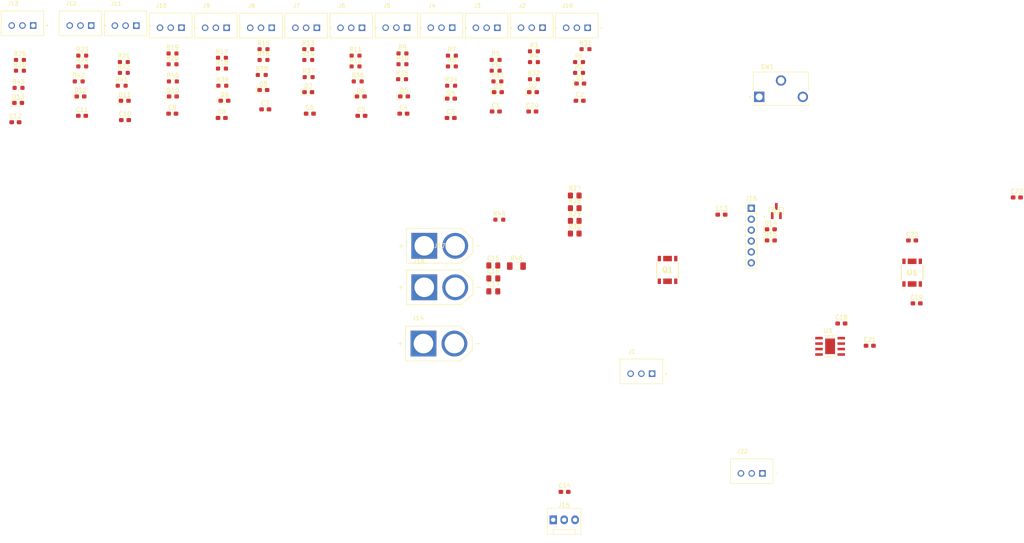
<source format=kicad_pcb>
(kicad_pcb (version 20240108) (generator "pcbnew") (generator_version "8.0")
  (layers (0 "F.Cu" signal) (31 "B.Cu" signal) (34 "B.Paste" user) (35 "F.Paste" user) (36 "B.SilkS" user "B.Silkscreen") (37 "F.SilkS" user "F.Silkscreen") (38 "B.Mask" user) (39 "F.Mask" user) (44 "Edge.Cuts" user))
  (net 0 "")
  (net 1 "+5V")
  (net 2 "GND1")
  (net 3 "+12V")
  (net 4 "+3.3V")
  (net 5 "44.4V")
  (net 6 "Net-(Q1-G)")
  (net 7 "44.4v")
  (net 8 "12v")
  (net 9 "5v")
  (net 10 "Signal Start Module")
  (net 11 "Net-(J17-POS)")
  (net 12 "Net-(J17-NEG)")
  (net 13 "Line Sensor 1 3.3V")
  (net 14 "Line Sensor 1 5v")
  (net 15 "Line Sensor 2 5v")
  (net 16 "Line Sensor 2 3.3V")
  (net 17 "Line Sensor 3 5v")
  (net 18 "Line Sensor 3 3.3V")
  (net 19 "Line Sensor 4 5v")
  (net 20 "Line Sensor 4 3.3V")
  (net 21 "Distance Sensor 1 12V")
  (net 22 "Distance Sensor 1 3.3V")
  (net 23 "Distance Sensor 2 12V")
  (net 24 "Distance Sensor 2 3.3V")
  (net 25 "Distance Sensor 3 3.3V")
  (net 26 "Distance Sensor 3 12V")
  (net 27 "Distance Sensor 4 12V")
  (net 28 "Distance Sensor 4 3.3V")
  (net 29 "Distance Sensor 5 3.3V")
  (net 30 "Distance Sensor 5 12V")
  (net 31 "Distance Sensor 6 12V")
  (net 32 "Distance Sensor 6 3.3V")
  (net 33 "Distance Sensor 7 3.3V")
  (net 34 "Distance Sensor 7 12V")
  (net 35 "Distance Sensor 8 3.3V")
  (net 36 "Distance Sensor 8 12V")
  (net 37 "Distance Sensor 9 3.3V")
  (net 38 "Distance Sensor 9 12V")
  (net 39 "Net-(Q2-D)")
  (net 40 "Net-(Q1-S)")
  (net 41 "Net-(Q2-G)")
  (net 42 "Net-(SW1-A)")
  (net 43 "Net-(D1-A)")
  (net 44 "Net-(D2-A)")
  (net 45 "Net-(D3-A)")
  (net 46 "Net-(D4-A)")
  (net 47 "Net-(D5-A)")
  (net 48 "Net-(D6-A)")
  (net 49 "Net-(D7-A)")
  (net 50 "Net-(D8-A)")
  (net 51 "Net-(D9-A)")
  (net 52 "Net-(D10-A)")
  (net 53 "Net-(D11-A)")
  (net 54 "Net-(D12-A)")
  (net 55 "Net-(D13-A)")
  (net 56 "Net-(D15-A)")
  (net 57 "Net-(D14-A)")
  (net 58 "PWM MD2")
  (net 59 "Direction MD2")
  (net 60 "SDA")
  (net 61 "PWM MD1")
  (net 62 "Direction MD1")
  (net 65 "SCL")
  (footprint "Resistor_SMD:R_0805_2012Metric_Pad1.20x1.40mm_HandSolder" (layer "F.Cu") (at 110.5 62.55)
    (property "Reference" "R27" (at 0 -1.65 0) (layer "F.SilkS"))
    (property "Value" "15k")
    (pad "1" smd roundrect (at -1 0) (size 1.2 1.4) (layers "F.Cu" "F.Paste" "F.Mask") (roundrect_rratio 0.208333) (net 6 "Net-(Q1-G)"))
    (pad "2" smd roundrect (at 1 0) (size 1.2 1.4) (layers "F.Cu" "F.Paste" "F.Mask") (roundrect_rratio 0.208333) (net 39 "Net-(Q2-D)"))
  )
  (footprint "LED_SMD:LED_0603_1608Metric_Pad1.05x0.95mm_HandSolder" (layer "F.Cu") (at 81.7 40)
    (property "Reference" "D4" (at 0 -1.43 0) (layer "F.SilkS"))
    (property "Value" "LED")
    (pad "1" smd roundrect (at -0.875 0) (size 1.05 0.95) (layers "F.Cu" "F.Paste" "F.Mask") (net 2 "GND1"))
    (pad "2" smd roundrect (at 0.875 0) (size 1.05 0.95) (layers "F.Cu" "F.Paste" "F.Mask") (net 46 "Net-(D4-A)"))
  )
  (footprint "XT60-M:AMASS_XT60-M" (layer "F.Cu") (at 79.0885 74.25)
    (property "Reference" "J17" (at 0 0 0) (layer "F.SilkS"))
    (property "Value" "XT60-M")
    (pad "N" thru_hole circle (at 3.6 0) (size 6 6) (drill 4.55) (layers "*.Cu" "*.Mask") (net 12 "Net-(J17-NEG)"))
    (pad "P" thru_hole rect (at -3.6 0) (size 6 6) (drill 4.55) (layers "*.Cu" "*.Mask") (net 11 "Net-(J17-POS)"))
  )
  (footprint "Capacitor_SMD:C_0603_1608Metric_Pad1.08x0.95mm_HandSolder" (layer "F.Cu") (at -19.6375 45.5)
    (property "Reference" "C12" (at 0 -1.43 0) (layer "F.SilkS"))
    (property "Value" "C")
    (pad "1" smd roundrect (at -0.8625 0) (size 1.075 0.95) (layers "F.Cu" "F.Paste" "F.Mask") (net 3 "+12V"))
    (pad "2" smd roundrect (at 0.8625 0) (size 1.075 0.95) (layers "F.Cu" "F.Paste" "F.Mask") (net 2 "GND1"))
  )
  (footprint "Resistor_SMD:R_0603_1608Metric_Pad0.98x0.95mm_HandSolder" (layer "F.Cu") (at 81.9125 30)
    (property "Reference" "R7" (at 0 -1.43 0) (layer "F.SilkS"))
    (property "Value" "R")
    (pad "1" smd roundrect (at -0.9125 0) (size 0.975 0.95) (layers "F.Cu" "F.Paste" "F.Mask") (net 19 "Line Sensor 4 5v"))
    (pad "2" smd roundrect (at 0.9125 0) (size 0.975 0.95) (layers "F.Cu" "F.Paste" "F.Mask") (net 20 "Line Sensor 4 3.3V"))
  )
  (footprint "Resistor_SMD:R_0603_1608Metric_Pad0.98x0.95mm_HandSolder" (layer "F.Cu") (at 28.4125 30.5)
    (property "Reference" "R17" (at 0 -1.43 0) (layer "F.SilkS"))
    (property "Value" "R")
    (pad "1" smd roundrect (at -0.9125 0) (size 0.975 0.95) (layers "F.Cu" "F.Paste" "F.Mask") (net 30 "Distance Sensor 5 12V"))
    (pad "2" smd roundrect (at 0.9125 0) (size 0.975 0.95) (layers "F.Cu" "F.Paste" "F.Mask") (net 29 "Distance Sensor 5 3.3V"))
  )
  (footprint "LED_SMD:LED_0603_1608Metric_Pad1.05x0.95mm_HandSolder" (layer "F.Cu") (at 48.5 38.5)
    (property "Reference" "D7" (at 0 -1.43 0) (layer "F.SilkS"))
    (property "Value" "LED")
    (pad "1" smd roundrect (at -0.875 0) (size 1.05 0.95) (layers "F.Cu" "F.Paste" "F.Mask") (net 2 "GND1"))
    (pad "2" smd roundrect (at 0.875 0) (size 1.05 0.95) (layers "F.Cu" "F.Paste" "F.Mask") (net 49 "Net-(D7-A)"))
  )
  (footprint "LED_SMD:LED_0603_1608Metric_Pad1.05x0.95mm_HandSolder" (layer "F.Cu") (at 70.7875 39.49)
    (property "Reference" "D5" (at 0 -1.43 0) (layer "F.SilkS"))
    (property "Value" "LED")
    (pad "1" smd roundrect (at -0.875 0) (size 1.05 0.95) (layers "F.Cu" "F.Paste" "F.Mask") (net 2 "GND1"))
    (pad "2" smd roundrect (at 0.875 0) (size 1.05 0.95) (layers "F.Cu" "F.Paste" "F.Mask") (net 47 "Net-(D5-A)"))
  )
  (footprint "Jst Xh 2.5-3 Pin:JST_B3B-XH-A_LF__SN_" (layer "F.Cu") (at 100.5 22.975)
    (property "Reference" "J2" (at -2.2 -4.6 0) (layer "F.SilkS") (effects (font (size 0.944882 0.944882))))
    (property "Value" "Conn_01x03_MountingPin")
    (pad "1" thru_hole rect (at 2.5 0.525) (size 1.508 1.508) (drill 1) (layers "*.Cu" "*.Mask") (net 15 "Line Sensor 2 5v"))
    (pad "2" thru_hole circle (at 0 0.525) (size 1.508 1.508) (drill 1) (layers "*.Cu" "*.Mask") (net 1 "+5V"))
    (pad "3" thru_hole circle (at -2.5 0.525) (size 1.508 1.508) (drill 1) (layers "*.Cu" "*.Mask") (net 2 "GND1"))
  )
  (footprint "Jst Xh 2.5-3 Pin:JST_B3B-XH-A_LF__SN_" (layer "F.Cu") (at 48 23)
    (property "Reference" "J7" (at -2.2 -4.6 0) (layer "F.SilkS") (effects (font (size 0.944882 0.944882))))
    (property "Value" "Conn_01x03_MountingPin")
    (pad "1" thru_hole rect (at 2.5 0.525) (size 1.508 1.508) (drill 1) (layers "*.Cu" "*.Mask") (net 26 "Distance Sensor 3 12V"))
    (pad "2" thru_hole circle (at 0 0.525) (size 1.508 1.508) (drill 1) (layers "*.Cu" "*.Mask") (net 3 "+12V"))
    (pad "3" thru_hole circle (at -2.5 0.525) (size 1.508 1.508) (drill 1) (layers "*.Cu" "*.Mask") (net 2 "GND1"))
  )
  (footprint "Capacitor_SMD:C_0603_1608Metric_Pad1.08x0.95mm_HandSolder" (layer "F.Cu") (at 16.8625 43.5)
    (property "Reference" "C9" (at 0 -1.43 0) (layer "F.SilkS"))
    (property "Value" "C")
    (pad "1" smd roundrect (at -0.8625 0) (size 1.075 0.95) (layers "F.Cu" "F.Paste" "F.Mask") (net 3 "+12V"))
    (pad "2" smd roundrect (at 0.8625 0) (size 1.075 0.95) (layers "F.Cu" "F.Paste" "F.Mask") (net 2 "GND1"))
  )
  (footprint "LED_SMD:LED_0603_1608Metric_Pad1.05x0.95mm_HandSolder" (layer "F.Cu") (at 38.05 38)
    (property "Reference" "D8" (at 0 -1.43 0) (layer "F.SilkS"))
    (property "Value" "LED")
    (pad "1" smd roundrect (at -0.875 0) (size 1.05 0.95) (layers "F.Cu" "F.Paste" "F.Mask") (net 2 "GND1"))
    (pad "2" smd roundrect (at 0.875 0) (size 1.05 0.95) (layers "F.Cu" "F.Paste" "F.Mask") (net 50 "Net-(D8-A)"))
  )
  (footprint "Capacitor_SMD:C_0603_1608Metric_Pad1.08x0.95mm_HandSolder" (layer "F.Cu") (at 111.6375 40.5)
    (property "Reference" "C2" (at 0 -1.43 0) (layer "F.SilkS"))
    (property "Value" "C")
    (pad "1" smd roundrect (at -0.8625 0) (size 1.075 0.95) (layers "F.Cu" "F.Paste" "F.Mask") (net 1 "+5V"))
    (pad "2" smd roundrect (at 0.8625 0) (size 1.075 0.95) (layers "F.Cu" "F.Paste" "F.Mask") (net 2 "GND1"))
  )
  (footprint "Capacitor_SMD:C_0603_1608Metric_Pad1.08x0.95mm_HandSolder" (layer "F.Cu") (at 172.5375 92.325)
    (property "Reference" "C18" (at 0 -1.43 0) (layer "F.SilkS"))
    (property "Value" "C")
    (pad "1" smd roundrect (at -0.8625 0) (size 1.075 0.95) (layers "F.Cu" "F.Paste" "F.Mask") (net 7 "44.4v"))
    (pad "2" smd roundrect (at 0.8625 0) (size 1.075 0.95) (layers "F.Cu" "F.Paste" "F.Mask") (net 2 "GND1"))
  )
  (footprint "Capacitor_SMD:C_0603_1608Metric_Pad1.08x0.95mm_HandSolder" (layer "F.Cu") (at 213.3625 63)
    (property "Reference" "C22" (at 0 -1.43 0) (layer "F.SilkS"))
    (property "Value" "C")
    (pad "1" smd roundrect (at -0.8625 0) (size 1.075 0.95) (layers "F.Cu" "F.Paste" "F.Mask") (net 1 "+5V"))
    (pad "2" smd roundrect (at 0.8625 0) (size 1.075 0.95) (layers "F.Cu" "F.Paste" "F.Mask") (net 2 "GND1"))
  )
  (footprint "Connector_PinHeader_2.54mm:PinHeader_1x06_P2.54mm_Vertical" (layer "F.Cu") (at 151.58 65.52)
    (property "Reference" "J16" (at 0 -2.33 0) (layer "F.SilkS"))
    (property "Value" "Conn_01x08_Pin")
    (pad "1" thru_hole rect (at 0 0) (size 1.7 1.7) (drill 1) (layers "*.Cu" "*.Mask") (net 1 "+5V"))
    (pad "2" thru_hole oval (at 0 2.54) (size 1.7 1.7) (drill 1) (layers "*.Cu" "*.Mask") (net 2 "GND1"))
    (pad "3" thru_hole oval (at 0 5.08) (size 1.7 1.7) (drill 1) (layers "*.Cu" "*.Mask") (net 65 "SCL"))
    (pad "4" thru_hole oval (at 0 7.62) (size 1.7 1.7) (drill 1) (layers "*.Cu" "*.Mask") (net 60 "SDA"))
    (pad "5" thru_hole oval (at 0 10.16) (size 1.7 1.7) (drill 1) (layers "*.Cu" "*.Mask"))
    (pad "6" thru_hole oval (at 0 12.7) (size 1.7 1.7) (drill 1) (layers "*.Cu" "*.Mask"))
  )
  (footprint "LED_SMD:LED_0603_1608Metric_Pad1.05x0.95mm_HandSolder" (layer "F.Cu") (at 156.125 70.41)
    (property "Reference" "D14" (at 0 -1.43 0) (layer "F.SilkS"))
    (property "Value" "LED")
    (pad "1" smd roundrect (at -0.875 0) (size 1.05 0.95) (layers "F.Cu" "F.Paste" "F.Mask") (net 2 "GND1"))
    (pad "2" smd roundrect (at 0.875 0) (size 1.05 0.95) (layers "F.Cu" "F.Paste" "F.Mask") (net 57 "Net-(D14-A)"))
  )
  (footprint "Capacitor_SMD:C_0603_1608Metric_Pad1.08x0.95mm_HandSolder" (layer "F.Cu") (at 5.8625 45)
    (property "Reference" "C10" (at 0 -1.43 0) (layer "F.SilkS"))
    (property "Value" "C")
    (pad "1" smd roundrect (at -0.8625 0) (size 1.075 0.95) (layers "F.Cu" "F.Paste" "F.Mask") (net 3 "+12V"))
    (pad "2" smd roundrect (at 0.8625 0) (size 1.075 0.95) (layers "F.Cu" "F.Paste" "F.Mask") (net 2 "GND1"))
  )
  (footprint "Resistor_SMD:R_0603_1608Metric_Pad0.98x0.95mm_HandSolder" (layer "F.Cu") (at 59.5 32.51)
    (property "Reference" "R12" (at 0 -1.43 0) (layer "F.SilkS"))
    (property "Value" "R")
    (pad "1" smd roundrect (at -0.9125 0) (size 0.975 0.95) (layers "F.Cu" "F.Paste" "F.Mask") (net 24 "Distance Sensor 2 3.3V"))
    (pad "2" smd roundrect (at 0.9125 0) (size 0.975 0.95) (layers "F.Cu" "F.Paste" "F.Mask") (net 2 "GND1"))
  )
  (footprint "Capacitor_SMD:C_0603_1608Metric_Pad1.08x0.95mm_HandSolder" (layer "F.Cu") (at 144.6375 67)
    (property "Reference" "C13" (at 0 -1.43 0) (layer "F.SilkS"))
    (property "Value" "C")
    (pad "1" smd roundrect (at -0.8625 0) (size 1.075 0.95) (layers "F.Cu" "F.Paste" "F.Mask") (net 1 "+5V"))
    (pad "2" smd roundrect (at 0.8625 0) (size 1.075 0.95) (layers "F.Cu" "F.Paste" "F.Mask") (net 2 "GND1"))
  )
  (footprint "Resistor_SMD:R_0603_1608Metric_Pad0.98x0.95mm_HandSolder" (layer "F.Cu") (at 101 31.51)
    (property "Reference" "R4" (at 0 -1.43 0) (layer "F.SilkS"))
    (property "Value" "R")
    (pad "1" smd roundrect (at -0.9125 0) (size 0.975 0.95) (layers "F.Cu" "F.Paste" "F.Mask") (net 16 "Line Sensor 2 3.3V"))
    (pad "2" smd roundrect (at 0.9125 0) (size 0.975 0.95) (layers "F.Cu" "F.Paste" "F.Mask") (net 2 "GND1"))
  )
  (footprint "Resistor_SMD:R_0603_1608Metric_Pad0.98x0.95mm_HandSolder" (layer "F.Cu") (at 70.4125 32)
    (property "Reference" "R10" (at 0 -1.43 0) (layer "F.SilkS"))
    (property "Value" "R")
    (pad "1" smd roundrect (at -0.9125 0) (size 0.975 0.95) (layers "F.Cu" "F.Paste" "F.Mask") (net 22 "Distance Sensor 1 3.3V"))
    (pad "2" smd roundrect (at 0.9125 0) (size 0.975 0.95) (layers "F.Cu" "F.Paste" "F.Mask") (net 2 "GND1"))
  )
  (footprint "Resistor_SMD:R_0603_1608Metric_Pad0.98x0.95mm_HandSolder" (layer "F.Cu") (at 17 36)
    (property "Reference" "R40" (at 0 -1.43 0) (layer "F.SilkS"))
    (property "Value" "R")
    (pad "1" smd roundrect (at -0.9125 0) (size 0.975 0.95) (layers "F.Cu" "F.Paste" "F.Mask") (net 32 "Distance Sensor 6 3.3V"))
    (pad "2" smd roundrect (at 0.9125 0) (size 0.975 0.95) (layers "F.Cu" "F.Paste" "F.Mask") (net 52 "Net-(D10-A)"))
  )
  (footprint "Resistor_SMD:R_0603_1608Metric_Pad0.98x0.95mm_HandSolder" (layer "F.Cu") (at 81.7375 37)
    (property "Reference" "R34" (at 0 -1.43 0) (layer "F.SilkS"))
    (property "Value" "R")
    (pad "1" smd roundrect (at -0.9125 0) (size 0.975 0.95) (layers "F.Cu" "F.Paste" "F.Mask") (net 20 "Line Sensor 4 3.3V"))
    (pad "2" smd roundrect (at 0.9125 0) (size 0.975 0.95) (layers "F.Cu" "F.Paste" "F.Mask") (net 46 "Net-(D4-A)"))
  )
  (footprint "Jst Xh 2.5-3 Pin:JST_B3B-XH-A_LF__SN_" (layer "F.Cu") (at 79.5 22.975)
    (property "Reference" "J4" (at -2.2 -4.6 0) (layer "F.SilkS") (effects (font (size 0.944882 0.944882))))
    (property "Value" "Conn_01x03_MountingPin")
    (pad "1" thru_hole rect (at 2.5 0.525) (size 1.508 1.508) (drill 1) (layers "*.Cu" "*.Mask") (net 19 "Line Sensor 4 5v"))
    (pad "2" thru_hole circle (at 0 0.525) (size 1.508 1.508) (drill 1) (layers "*.Cu" "*.Mask") (net 1 "+5V"))
    (pad "3" thru_hole circle (at -2.5 0.525) (size 1.508 1.508) (drill 1) (layers "*.Cu" "*.Mask") (net 2 "GND1"))
  )
  (footprint "12Vvoltagereg:S1142A50IE6T1U" (layer "F.Cu") (at 189 80.5)
    (property "Reference" "U1" (at 0 0 0) (layer "F.SilkS") (effects (font (size 1.27 1.27) (thickness 0.254))))
    (property "Value" "S-1142DA0I-E6T1U" (hide yes))
    (pad "1" smd rect (at -1.91 2.64) (size 0.76 1.27) (layers "F.Cu" "F.Paste" "F.Mask") (net 8 "12v"))
    (pad "2" smd rect (at 0 2.64 90) (size 1.27 2.03) (layers "F.Cu" "F.Paste" "F.Mask") (net 2 "GND1"))
    (pad "3" smd rect (at 1.91 2.64) (size 0.76 1.27) (layers "F.Cu" "F.Paste" "F.Mask") (net 2 "GND1"))
    (pad "4" smd rect (at 1.91 -2.64) (size 0.76 1.27) (layers "F.Cu" "F.Paste" "F.Mask"))
    (pad "5" smd rect (at 0 -2.64 90) (size 1.27 2.03) (layers "F.Cu" "F.Paste" "F.Mask") (net 2 "GND1"))
    (pad "6" smd rect (at -1.91 -2.64) (size 0.76 1.27) (layers "F.Cu" "F.Paste" "F.Mask") (net 7 "44.4v"))
  )
  (footprint "TQL850CSV50_RLG(5vmotordriver):SOIC127P600X170-9N" (layer "F.Cu") (at 169.915 97.635)
    (property "Reference" "U3" (at -0.535 -3.635 0) (layer "F.SilkS"))
    (property "Value" "TQL850CSV50_RLG")
    (pad "1" smd roundrect (at -2.585 -1.905) (size 1.75 0.6) (layers "F.Cu" "F.Paste" "F.Mask") (roundrect_rratio 0.125) (net 7 "44.4v"))
    (pad "2" smd roundrect (at -2.585 -0.635) (size 1.75 0.6) (layers "F.Cu" "F.Paste" "F.Mask") (roundrect_rratio 0.125) (net 7 "44.4v"))
    (pad "3" smd roundrect (at -2.585 0.635) (size 1.75 0.6) (layers "F.Cu" "F.Paste" "F.Mask") (roundrect_rratio 0.125))
    (pad "4" smd roundrect (at -2.585 1.905) (size 1.75 0.6) (layers "F.Cu" "F.Paste" "F.Mask") (roundrect_rratio 0.125) (net 2 "GND1"))
    (pad "5" smd roundrect (at 2.585 1.905) (size 1.75 0.6) (layers "F.Cu" "F.Paste" "F.Mask") (roundrect_rratio 0.125) (net 2 "GND1"))
    (pad "6" smd roundrect (at 2.585 0.635) (size 1.75 0.6) (layers "F.Cu" "F.Paste" "F.Mask") (roundrect_rratio 0.125) (net 2 "GND1"))
    (pad "7" smd roundrect (at 2.585 -0.635) (size 1.75 0.6) (layers "F.Cu" "F.Paste" "F.Mask") (roundrect_rratio 0.125))
    (pad "8" smd roundrect (at 2.585 -1.905) (size 1.75 0.6) (layers "F.Cu" "F.Paste" "F.Mask") (roundrect_rratio 0.125) (net 9 "5v"))
    (pad "9" smd rect (at 0 0) (size 2.3 3.63) (layers "F.Cu" "F.Mask"))
  )
  (footprint "Resistor_SMD:R_0603_1608Metric_Pad0.98x0.95mm_HandSolder" (layer "F.Cu") (at -4.0875 30)
    (property "Reference" "R23" (at 0 -1.43 0) (layer "F.SilkS"))
    (property "Value" "R")
    (pad "1" smd roundrect (at -0.9125 0) (size 0.975 0.95) (layers "F.Cu" "F.Paste" "F.Mask") (net 36 "Distance Sensor 8 12V"))
    (pad "2" smd roundrect (at 0.9125 0) (size 0.975 0.95) (layers "F.Cu" "F.Paste" "F.Mask") (net 35 "Distance Sensor 8 3.3V"))
  )
  (footprint "LED_SMD:LED_0603_1608Metric_Pad1.05x0.95mm_HandSolder" (layer "F.Cu") (at 111.7875 36.5)
    (property "Reference" "D1" (at 0 -1.43 0) (layer "F.SilkS"))
    (property "Value" "LED")
    (pad "1" smd roundrect (at -0.875 0) (size 1.05 0.95) (layers "F.Cu" "F.Paste" "F.Mask") (net 2 "GND1"))
    (pad "2" smd roundrect (at 0.875 0) (size 1.05 0.95) (layers "F.Cu" "F.Paste" "F.Mask") (net 43 "Net-(D1-A)"))
  )
  (footprint "Resistor_SMD:R_0603_1608Metric_Pad0.98x0.95mm_HandSolder" (layer "F.Cu") (at -4.0875 32.51)
    (property "Reference" "R24" (at 0 -1.43 0) (layer "F.SilkS"))
    (property "Value" "R")
    (pad "1" smd roundrect (at -0.9125 0) (size 0.975 0.95) (layers "F.Cu" "F.Paste" "F.Mask") (net 35 "Distance Sensor 8 3.3V"))
    (pad "2" smd roundrect (at 0.9125 0) (size 0.975 0.95) (layers "F.Cu" "F.Paste" "F.Mask") (net 2 "GND1"))
  )
  (footprint "Resistor_SMD:R_0603_1608Metric_Pad0.98x0.95mm_HandSolder" (layer "F.Cu") (at 28.4125 33.01)
    (property "Reference" "R18" (at 0 -1.43 0) (layer "F.SilkS"))
    (property "Value" "R")
    (pad "1" smd roundrect (at -0.9125 0) (size 0.975 0.95) (layers "F.Cu" "F.Paste" "F.Mask") (net 29 "Distance Sensor 5 3.3V"))
    (pad "2" smd roundrect (at 0.9125 0) (size 0.975 0.95) (layers "F.Cu" "F.Paste" "F.Mask") (net 2 "GND1"))
  )
  (footprint "Capacitor_SMD:C_0603_1608Metric_Pad1.08x0.95mm_HandSolder" (layer "F.Cu") (at 189 73)
    (property "Reference" "C20" (at 0 -1.43 0) (layer "F.SilkS"))
    (property "Value" "C")
    (pad "1" smd roundrect (at -0.8625 0) (size 1.075 0.95) (layers "F.Cu" "F.Paste" "F.Mask") (net 7 "44.4v"))
    (pad "2" smd roundrect (at 0.8625 0) (size 1.075 0.95) (layers "F.Cu" "F.Paste" "F.Mask") (net 2 "GND1"))
  )
  (footprint "Capacitor_SMD:C_0805_2012Metric_Pad1.18x1.45mm_HandSolder" (layer "F.Cu") (at 91.55 84.85)
    (property "Reference" "C17" (at 0 -1.68 0) (layer "F.SilkS"))
    (property "Value" "1uF")
    (pad "1" smd roundrect (at -1.0375 0) (size 1.175 1.45) (layers "F.Cu" "F.Paste" "F.Mask") (roundrect_rratio 0.212766) (net 5 "44.4V"))
    (pad "2" smd roundrect (at 1.0375 0) (size 1.175 1.45) (layers "F.Cu" "F.Paste" "F.Mask") (roundrect_rratio 0.212766) (net 6 "Net-(Q1-G)"))
  )
  (footprint "Jst Xh 2.5-3 Pin:JST_B3B-XH-A_LF__SN_" (layer "F.Cu") (at -18 22.475)
    (property "Reference" "J13" (at -2.2 -4.6 0) (layer "F.SilkS") (effects (font (size 0.944882 0.944882))))
    (property "Value" "Conn_01x03_MountingPin")
    (pad "1" thru_hole rect (at 2.5 0.525) (size 1.508 1.508) (drill 1) (layers "*.Cu" "*.Mask") (net 38 "Distance Sensor 9 12V"))
    (pad "2" thru_hole circle (at 0 0.525) (size 1.508 1.508) (drill 1) (layers "*.Cu" "*.Mask") (net 3 "+12V"))
    (pad "3" thru_hole circle (at -2.5 0.525) (size 1.508 1.508) (drill 1) (layers "*.Cu" "*.Mask") (net 2 "GND1"))
  )
  (footprint "Resistor_SMD:R_0603_1608Metric_Pad0.98x0.95mm_HandSolder" (layer "F.Cu") (at 48.5875 35)
    (property "Reference" "R37" (at 0 -1.43 0) (layer "F.SilkS"))
    (property "Value" "R")
    (pad "1" smd roundrect (at -0.9125 0) (size 0.975 0.95) (layers "F.Cu" "F.Paste" "F.Mask") (net 25 "Distance Sensor 3 3.3V"))
    (pad "2" smd roundrect (at 0.9125 0) (size 0.975 0.95) (layers "F.Cu" "F.Paste" "F.Mask") (net 49 "Net-(D7-A)"))
  )
  (footprint "Resistor_SMD:R_0603_1608Metric_Pad0.98x0.95mm_HandSolder" (layer "F.Cu") (at 28.5 37)
    (property "Reference" "R39" (at 0 -1.43 0) (layer "F.SilkS"))
    (property "Value" "R")
    (pad "1" smd roundrect (at -0.9125 0) (size 0.975 0.95) (layers "F.Cu" "F.Paste" "F.Mask") (net 29 "Distance Sensor 5 3.3V"))
    (pad "2" smd roundrect (at 0.9125 0) (size 0.975 0.95) (layers "F.Cu" "F.Paste" "F.Mask") (net 51 "Net-(D9-A)"))
  )
  (footprint "LED_SMD:LED_0603_1608Metric_Pad1.05x0.95mm_HandSolder" (layer "F.Cu") (at 100.7875 38.5)
    (property "Reference" "D2" (at 0 -1.43 0) (layer "F.SilkS"))
    (property "Value" "LED")
    (pad "1" smd roundrect (at -0.875 0) (size 1.05 0.95) (layers "F.Cu" "F.Paste" "F.Mask") (net 2 "GND1"))
    (pad "2" smd roundrect (at 0.875 0) (size 1.05 0.95) (layers "F.Cu" "F.Paste" "F.Mask") (net 44 "Net-(D2-A)"))
  )
  (footprint "Resistor_SMD:R_0805_2012Metric_Pad1.20x1.40mm_HandSolder" (layer "F.Cu") (at 110.5 71.4)
    (property "Reference" "R30" (at 0 -1.65 0) (layer "F.SilkS"))
    (property "Value" "8k")
    (pad "1" smd roundrect (at -1 0) (size 1.2 1.4) (layers "F.Cu" "F.Paste" "F.Mask") (roundrect_rratio 0.208333) (net 41 "Net-(Q2-G)"))
    (pad "2" smd roundrect (at 1 0) (size 1.2 1.4) (layers "F.Cu" "F.Paste" "F.Mask") (roundrect_rratio 0.208333) (net 42 "Net-(SW1-A)"))
  )
  (footprint "Jst Xh 2.5-3 Pin:JST_B3B-XH-A_LF__SN_" (layer "F.Cu") (at 126 103.475)
    (property "Reference" "J1" (at -2.2 -4.6 0) (layer "F.SilkS") (effects (font (size 0.944882 0.944882))))
    (property "Value" "Conn_01x03_MountingPin")
    (pad "1" thru_hole rect (at 2.5 0.525) (size 1.508 1.508) (drill 1) (layers "*.Cu" "*.Mask") (net 59 "Direction MD2"))
    (pad "2" thru_hole circle (at 0 0.525) (size 1.508 1.508) (drill 1) (layers "*.Cu" "*.Mask") (net 58 "PWM MD2"))
    (pad "3" thru_hole circle (at -2.5 0.525) (size 1.508 1.508) (drill 1) (layers "*.Cu" "*.Mask") (net 2 "GND1"))
  )
  (footprint "LED_SMD:LED_0603_1608Metric_Pad1.05x0.95mm_HandSolder" (layer "F.Cu") (at 17 39.5)
    (property "Reference" "D10" (at 0 -1.43 0) (layer "F.SilkS"))
    (property "Value" "LED")
    (pad "1" smd roundrect (at -0.875 0) (size 1.05 0.95) (layers "F.Cu" "F.Paste" "F.Mask") (net 2 "GND1"))
    (pad "2" smd roundrect (at 0.875 0) (size 1.05 0.95) (layers "F.Cu" "F.Paste" "F.Mask") (net 52 "Net-(D10-A)"))
  )
  (footprint "Resistor_SMD:R_0805_2012Metric_Pad1.20x1.40mm_HandSolder" (layer "F.Cu") (at 110.5 65.5)
    (property "Reference" "R28" (at 0 -1.65 0) (layer "F.SilkS"))
    (property "Value" "10k")
    (pad "1" smd roundrect (at -1 0) (size 1.2 1.4) (layers "F.Cu" "F.Paste" "F.Mask") (roundrect_rratio 0.208333) (net 6 "Net-(Q1-G)"))
    (pad "2" smd roundrect (at 1 0) (size 1.2 1.4) (layers "F.Cu" "F.Paste" "F.Mask") (roundrect_rratio 0.208333) (net 40 "Net-(Q1-S)"))
  )
  (footprint "Resistor_SMD:R_0603_1608Metric_Pad0.98x0.95mm_HandSolder" (layer "F.Cu") (at 70.325 35.49)
    (property "Reference" "R35" (at 0 -1.43 0) (layer "F.SilkS"))
    (property "Value" "R")
    (pad "1" smd roundrect (at -0.9125 0) (size 0.975 0.95) (layers "F.Cu" "F.Paste" "F.Mask") (net 22 "Distance Sensor 1 3.3V"))
    (pad "2" smd roundrect (at 0.9125 0) (size 0.975 0.95) (layers "F.Cu" "F.Paste" "F.Mask") (net 47 "Net-(D5-A)"))
  )
  (footprint "LED_SMD:LED_0603_1608Metric_Pad1.05x0.95mm_HandSolder" (layer "F.Cu") (at 29 40.5)
    (property "Reference" "D9" (at 0 -1.43 0) (layer "F.SilkS"))
    (property "Value" "LED")
    (pad "1" smd roundrect (at -0.875 0) (size 1.05 0.95) (layers "F.Cu" "F.Paste" "F.Mask") (net 2 "GND1"))
    (pad "2" smd roundrect (at 0.875 0) (size 1.05 0.95) (layers "F.Cu" "F.Paste" "F.Mask") (net 51 "Net-(D9-A)"))
  )
  (footprint "Capacitor_SMD:C_0603_1608Metric_Pad1.08x0.95mm_HandSolder" (layer "F.Cu") (at 92.1375 43)
    (property "Reference" "C1" (at 0 -1.43 0) (layer "F.SilkS"))
    (property "Value" "C")
    (pad "1" smd roundrect (at -0.8625 0) (size 1.075 0.95) (layers "F.Cu" "F.Paste" "F.Mask") (net 1 "+5V"))
    (pad "2" smd roundrect (at 0.8625 0) (size 1.075 0.95) (layers "F.Cu" "F.Paste" "F.Mask") (net 2 "GND1"))
  )
  (footprint "Jst Xh 2.5-3 Pin:JST_B3B-XH-A_LF__SN_" (layer "F.Cu") (at 69 22.975)
    (property "Reference" "J5" (at -2.2 -4.6 0) (layer "F.SilkS") (effects (font (size 0.944882 0.944882))))
    (property "Value" "Conn_01x03_MountingPin")
    (pad "1" thru_hole rect (at 2.5 0.525) (size 1.508 1.508) (drill 1) (layers "*.Cu" "*.Mask") (net 21 "Distance Sensor 1 12V"))
    (pad "2" thru_hole circle (at 0 0.525) (size 1.508 1.508) (drill 1) (layers "*.Cu" "*.Mask") (net 3 "+12V"))
    (pad "3" thru_hole circle (at -2.5 0.525) (size 1.508 1.508) (drill 1) (layers "*.Cu" "*.Mask") (net 2 "GND1"))
  )
  (footprint "Resistor_SMD:R_0805_2012Metric_Pad1.20x1.40mm_HandSolder" (layer "F.Cu") (at 110.5 68.45)
    (property "Reference" "R29" (at 0 -1.65 0) (layer "F.SilkS"))
    (property "Value" "1k")
    (pad "1" smd roundrect (at -1 0) (size 1.2 1.4) (layers "F.Cu" "F.Paste" "F.Mask") (roundrect_rratio 0.208333) (net 41 "Net-(Q2-G)"))
    (pad "2" smd roundrect (at 1 0) (size 1.2 1.4) (layers "F.Cu" "F.Paste" "F.Mask") (roundrect_rratio 0.208333) (net 2 "GND1"))
  )
  (footprint "Resistor_SMD:R_0603_1608Metric_Pad0.98x0.95mm_HandSolder" (layer "F.Cu") (at 92.5 36)
    (property "Reference" "R33" (at 0 -1.43 0) (layer "F.SilkS"))
    (property "Value" "R")
    (pad "1" smd roundrect (at -0.9125 0) (size 0.975 0.95) (layers "F.Cu" "F.Paste" "F.Mask") (net 18 "Line Sensor 3 3.3V"))
    (pad "2" smd roundrect (at 0.9125 0) (size 0.975 0.95) (layers "F.Cu" "F.Paste" "F.Mask") (net 45 "Net-(D3-A)"))
  )
  (footprint "Resistor_SMD:R_0603_1608Metric_Pad0.98x0.95mm_HandSolder" (layer "F.Cu") (at 48.5 31.01)
    (property "Reference" "R14" (at 0 -1.43 0) (layer "F.SilkS"))
    (property "Value" "R")
    (pad "1" smd roundrect (at -0.9125 0) (size 0.975 0.95) (layers "F.Cu" "F.Paste" "F.Mask") (net 25 "Distance Sensor 3 3.3V"))
    (pad "2" smd roundrect (at 0.9125 0) (size 0.975 0.95) (layers "F.Cu" "F.Paste" "F.Mask") (net 2 "GND1"))
  )
  (footprint "Capacitor_SMD:C_0603_1608Metric_Pad1.08x0.95mm_HandSolder" (layer "F.Cu") (at 38.5 42.5)
    (property "Reference" "C7" (at 0 -1.43 0) (layer "F.SilkS"))
    (property "Value" "C")
    (pad "1" smd roundrect (at -0.8625 0) (size 1.075 0.95) (layers "F.Cu" "F.Paste" "F.Mask") (net 3 "+12V"))
    (pad "2" smd roundrect (at 0.8625 0) (size 1.075 0.95) (layers "F.Cu" "F.Paste" "F.Mask") (net 2 "GND1"))
  )
  (footprint "Capacitor_SMD:C_0603_1608Metric_Pad1.08x0.95mm_HandSolder" (layer "F.Cu") (at 108.1375 131.5)
    (property "Reference" "C14" (at 0 -1.43 0) (layer "F.SilkS"))
    (property "Value" "C")
    (pad "1" smd roundrect (at -0.8625 0) (size 1.075 0.95) (layers "F.Cu" "F.Paste" "F.Mask") (net 2 "GND1"))
    (pad "2" smd roundrect (at 0.8625 0) (size 1.075 0.95) (layers "F.Cu" "F.Paste" "F.Mask") (net 4 "+3.3V"))
  )
  (footprint "Resistor_SMD:R_0603_1608Metric_Pad0.98x0.95mm_HandSolder" (layer "F.Cu") (at -4.9125 36)
    (property "Reference" "R42" (at 0 -1.43 0) (layer "F.SilkS"))
    (property "Value" "R")
    (pad "1" smd roundrect (at -0.9125 0) (size 0.975 0.95) (layers "F.Cu" "F.Paste" "F.Mask") (net 35 "Distance Sensor 8 3.3V"))
    (pad "2" smd roundrect (at 0.9125 0) (size 0.975 0.95) (layers "F.Cu" "F.Paste" "F.Mask") (net 54 "Net-(D12-A)"))
  )
  (footprint "Capacitor_SMD:C_0603_1608Metric_Pad1.08x0.95mm_HandSolder" (layer "F.Cu") (at 48.8625 43.5)
    (property "Reference" "C6" (at 0 -1.43 0) (layer "F.SilkS"))
    (property "Value" "C")
    (pad "1" smd roundrect (at -0.8625 0) (size 1.075 0.95) (layers "F.Cu" "F.Paste" "F.Mask") (net 3 "+12V"))
    (pad "2" smd roundrect (at 0.8625 0) (size 1.075 0.95) (layers "F.Cu" "F.Paste" "F.Mask") (net 2 "GND1"))
  )
  (footprint "Resistor_SMD:R_0603_1608Metric_Pad0.98x0.95mm_HandSolder" (layer "F.Cu") (at 48.5 28.5)
    (property "Reference" "R13" (at 0 -1.43 0) (layer "F.SilkS"))
    (property "Value" "R")
    (pad "1" smd roundrect (at -0.9125 0) (size 0.975 0.95) (layers "F.Cu" "F.Paste" "F.Mask") (net 26 "Distance Sensor 3 12V"))
    (pad "2" smd roundrect (at 0.9125 0) (size 0.975 0.95) (layers "F.Cu" "F.Paste" "F.Mask") (net 25 "Distance Sensor 3 3.3V"))
  )
  (footprint "Capacitor_SMD:C_0805_2012Metric_Pad1.18x1.45mm_HandSolder" (layer "F.Cu") (at 91.55 81.84)
    (property "Reference" "C16" (at 0 -1.68 0) (layer "F.SilkS"))
    (property "Value" "1uF")
    (pad "1" smd roundrect (at -1.0375 0) (size 1.175 1.45) (layers "F.Cu" "F.Paste" "F.Mask") (roundrect_rratio 0.212766) (net 5 "44.4V"))
    (pad "2" smd roundrect (at 1.0375 0) (size 1.175 1.45) (layers "F.Cu" "F.Paste" "F.Mask") (roundrect_rratio 0.212766) (net 2 "GND1"))
  )
  (footprint "XT60-M:AMASS_XT60-M" (layer "F.Cu") (at 79.0885 83.9)
    (property "Reference" "J18" (at -4.825 -5.935 0) (layer "F.SilkS"))
    (property "Value" "XT60-M")
    (pad "N" thru_hole circle (at 3.6 0) (size 6 6) (drill 4.55) (layers "*.Cu" "*.Mask") (net 2 "GND1"))
    (pad "P" thru_hole rect (at -3.6 0) (size 6 6) (drill 4.55) (layers "*.Cu" "*.Mask") (net 12 "Net-(J17-NEG)"))
  )
  (footprint "Capacitor_SMD:C_0603_1608Metric_Pad1.08x0.95mm_HandSolder" (layer "F.Cu") (at 60.8625 44)
    (property "Reference" "C5" (at 0 -1.43 0) (layer "F.SilkS"))
    (property "Value" "C")
    (pad "1" smd roundrect (at -0.8625 0) (size 1.075 0.95) (layers "F.Cu" "F.Paste" "F.Mask") (net 3 "+12V"))
    (pad "2" smd roundrect (at 0.8625 0) (size 1.075 0.95) (layers "F.Cu" "F.Paste" "F.Mask") (net 2 "GND1"))
  )
  (footprint "Resistor_SMD:R_0603_1608Metric_Pad0.98x0.95mm_HandSolder" (layer "F.Cu") (at 70.4125 29.49)
    (property "Reference" "R9" (at 0 -1.43 0) (layer "F.SilkS"))
    (property "Value" "R")
    (pad "1" smd roundrect (at -0.9125 0) (size 0.975 0.95) (layers "F.Cu" "F.Paste" "F.Mask") (net 21 "Distance Sensor 1 12V"))
    (pad "2" smd roundrect (at 0.9125 0) (size 0.975 0.95) (layers "F.Cu" "F.Paste" "F.Mask") (net 22 "Distance Sensor 1 3.3V"))
  )
  (footprint "Resistor_SMD:R_0603_1608Metric_Pad0.98x0.95mm_HandSolder" (layer "F.Cu") (at 16.9125 32.01)
    (property "Reference" "R20" (at 0 -1.43 0) (layer "F.SilkS"))
    (property "Value" "R")
    (pad "1" smd roundrect (at -0.9125 0) (size 0.975 0.95) (layers "F.Cu" "F.Paste" "F.Mask") (net 32 "Distance Sensor 6 3.3V"))
    (pad "2" smd roundrect (at 0.9125 0) (size 0.975 0.95) (layers "F.Cu" "F.Paste" "F.Mask") (net 2 "GND1"))
  )
  (footprint "Capacitor_SMD:C_0603_1608Metric_Pad1.08x0.95mm_HandSolder" (layer "F.Cu") (at 81.6375 44.5)
    (property "Reference" "C3" (at 0 -1.43 0) (layer "F.SilkS"))
    (property "Value" "C")
    (pad "1" smd roundrect (at -0.8625 0) (size 1.075 0.95) (layers "F.Cu" "F.Paste" "F.Mask") (net 1 "+5V"))
    (pad "2" smd roundrect (at 0.8625 0) (size 1.075 0.95) (layers "F.Cu" "F.Paste" "F.Mask") (net 2 "GND1"))
  )
  (footprint "LED_SMD:LED_0603_1608Metric_Pad1.05x0.95mm_HandSolder" (layer "F.Cu") (at 156.125 73)
    (property "Reference" "D15" (at 0 -1.43 0) (layer "F.SilkS"))
    (property "Value" "LED")
    (pad "1" smd roundrect (at -0.875 0) (size 1.05 0.95) (layers "F.Cu" "F.Paste" "F.Mask") (net 2 "GND1"))
    (pad "2" smd roundrect (at 0.875 0) (size 1.05 0.95) (layers "F.Cu" "F.Paste" "F.Mask") (net 56 "Net-(D15-A)"))
  )
  (footprint "Resistor_SMD:R_0603_1608Metric_Pad0.98x0.95mm_HandSolder" (layer "F.Cu") (at 5.5875 34.01)
    (property "Reference" "R22" (at 0 -1.43 0) (layer "F.SilkS"))
    (property "Value" "R")
    (pad "1" smd roundrect (at -0.9125 0) (size 0.975 0.95) (layers "F.Cu" "F.Paste" "F.Mask") (net 33 "Distance Sensor 7 3.3V"))
    (pad "2" smd roundrect (at 0.9125 0) (size 0.975 0.95) (layers "F.Cu" "F.Paste" "F.Mask") (net 2 "GND1"))
  )
  (footprint "Resistor_SMD:R_0603_1608Metric_Pad0.98x0.95mm_HandSolder" (layer "F.Cu") (at -18.9125 37.5)
    (property "Reference" "R43" (at 0 -1.43 0) (layer "F.SilkS"))
    (property "Value" "R")
    (pad "1" smd roundrect (at -0.9125 0) (size 0.975 0.95) (layers "F.Cu" "F.Paste" "F.Mask") (net 37 "Distance Sensor 9 3.3V"))
    (pad "2" smd roundrect (at 0.9125 0) (size 0.975 0.95) (layers "F.Cu" "F.Paste" "F.Mask") (net 55 "Net-(D13-A)"))
  )
  (footprint "Resistor_SMD:R_0603_1608Metric_Pad0.98x0.95mm_HandSolder" (layer "F.Cu") (at 113 28.5)
    (property "Reference" "R31" (at 0 -1.43 0) (layer "F.SilkS"))
    (property "Value" "R")
    (pad "1" smd roundrect (at -0.9125 0) (size 0.975 0.95) (layers "F.Cu" "F.Paste" "F.Mask") (net 13 "Line Sensor 1 3.3V"))
    (pad "2" smd roundrect (at 0.9125 0) (size 0.975 0.95) (layers "F.Cu" "F.Paste" "F.Mask") (net 43 "Net-(D1-A)"))
  )
  (footprint "Jst Xh 2.5-3 Pin:JST_B3B-XH-A_LF__SN_" (layer "F.Cu") (at 16.5 22.975)
    (property "Reference" "J10" (at -2.2 -4.6 0) (layer "F.SilkS") (effects (font (size 0.944882 0.944882))))
    (property "Value" "Conn_01x03_MountingPin")
    (pad "1" thru_hole rect (at 2.5 0.525) (size 1.508 1.508) (drill 1) (layers "*.Cu" "*.Mask") (net 31 "Distance Sensor 6 12V"))
    (pad "2" thru_hole circle (at 0 0.525) (size 1.508 1.508) (drill 1) (layers "*.Cu" "*.Mask") (net 3 "+12V"))
    (pad "3" thru_hole circle (at -2.5 0.525) (size 1.508 1.508) (drill 1) (layers "*.Cu" "*.Mask") (net 2 "GND1"))
  )
  (footprint "Resistor_SMD:R_0603_1608Metric_Pad0.98x0.95mm_HandSolder" (layer "F.Cu") (at 37.675 34.5)
    (property "Reference" "R38" (at 0 -1.43 0) (layer "F.SilkS"))
    (property "Value" "R")
    (pad "1" smd roundrect (at -0.9125 0) (size 0.975 0.95) (layers "F.Cu" "F.Paste" "F.Mask") (net 28 "Distance Sensor 4 3.3V"))
    (pad "2" smd roundrect (at 0.9125 0) (size 0.975 0.95) (layers "F.Cu" "F.Paste" "F.Mask") (net 50 "Net-(D8-A)"))
  )
  (footprint "Capacitor_SMD:C_0603_1608Metric_Pad1.08x0.95mm_HandSolder" (layer "F.Cu") (at 70.6375 43.5)
    (property "Reference" "C4" (at 0 -1.43 0) (layer "F.SilkS"))
    (property "Value" "C")
    (pad "1" smd roundrect (at -0.8625 0) (size 1.075 0.95) (layers "F.Cu" "F.Paste" "F.Mask") (net 3 "+12V"))
    (pad "2" smd roundrect (at 0.8625 0) (size 1.075 0.95) (layers "F.Cu" "F.Paste" "F.Mask") (net 2 "GND1"))
  )
  (footprint "Capacitor_SMD:C_0603_1608Metric_Pad1.08x0.95mm_HandSolder" (layer "F.Cu") (at 190.0475 87.64)
    (property "Reference" "C19" (at 0 -1.43 0) (layer "F.SilkS"))
    (property "Value" "C")
    (pad "1" smd roundrect (at -0.8625 0) (size 1.075 0.95) (layers "F.Cu" "F.Paste" "F.Mask") (net 8 "12v"))
    (pad "2" smd roundrect (at 0.8625 0) (size 1.075 0.95) (layers "F.Cu" "F.Paste" "F.Mask") (net 2 "GND1"))
  )
  (footprint "Capacitor_SMD:C_0603_1608Metric_Pad1.08x0.95mm_HandSolder" (layer "F.Cu") (at 100.6375 43)
    (property "Reference" "C24" (at 0 -1.43 0) (layer "F.SilkS"))
    (property "Value" "C")
    (pad "1" smd roundrect (at -0.8625 0) (size 1.075 0.95) (layers "F.Cu" "F.Paste" "F.Mask") (net 1 "+5V"))
    (pad "2" smd roundrect (at 0.8625 0) (size 1.075 0.95) (layers "F.Cu" "F.Paste" "F.Mask") (net 2 "GND1"))
  )
  (footprint "Resistor_SMD:R_0603_1608Metric_Pad0.98x0.95mm_HandSolder" (layer "F.Cu") (at 101 29)
    (property "Reference" "R3" (at 0 -1.43 0) (layer "F.SilkS"))
    (property "Value" "R")
    (pad "1" smd roundrect (at -0.9125 0) (size 0.975 0.95) (layers "F.Cu" "F.Paste" "F.Mask") (net 15 "Line Sensor 2 5v"))
    (pad "2" smd roundrect (at 0.9125 0) (size 0.975 0.95) (layers "F.Cu" "F.Paste" "F.Mask") (net 16 "Line Sensor 2 3.3V"))
  )
  (footprint "Resistor_SMD:R_0603_1608Metric_Pad0.98x0.95mm_HandSolder" (layer "F.Cu") (at -18.5875 33.51)
    (property "Reference" "R26" (at 0 -1.43 0) (layer "F.SilkS"))
    (property "Value" "R")
    (pad "1" smd roundrect (at -0.9125 0) (size 0.975 0.95) (layers "F.Cu" "F.Paste" "F.Mask") (net 37 "Distance Sensor 9 3.3V"))
    (pad "2" smd roundrect (at 0.9125 0) (size 0.975 0.95) (layers "F.Cu" "F.Paste" "F.Mask") (net 2 "GND1"))
  )
  (footprint "XT60-M:AMASS_XT60-M" (layer "F.Cu") (at 78.9 97)
    (property "Reference" "J14" (at -4.825 -5.935 0) (layer "F.SilkS"))
    (property "Value" "XT60-M")
    (pad "N" thru_hole circle (at 3.6 0) (size 6 6) (drill 4.55) (layers "*.Cu" "*.Mask") (net 2 "GND1"))
    (pad "P" thru_hole rect (at -3.6 0) (size 6 6) (drill 4.55) (layers "*.Cu" "*.Mask") (net 5 "44.4V"))
  )
  (footprint "Resistor_SMD:R_0603_1608Metric_Pad0.98x0.95mm_HandSolder" (layer "F.Cu") (at -18.5875 31)
    (property "Reference" "R25" (at 0 -1.43 0) (layer "F.SilkS"))
    (property "Value" "R")
    (pad "1" smd roundrect (at -0.9125 0) (size 0.975 0.95) (layers "F.Cu" "F.Paste" "F.Mask") (net 38 "Distance Sensor 9 12V"))
    (pad "2" smd roundrect (at 0.9125 0) (size 0.975 0.95) (layers "F.Cu" "F.Paste" "F.Mask") (net 37 "Distance Sensor 9 3.3V"))
  )
  (footprint "Jst Xh 2.5-3 Pin:JST_B3B-XH-A_LF__SN_" (layer "F.Cu") (at 27 23)
    (property "Reference" "J9" (at -2.2 -4.6 0) (layer "F.SilkS") (effects (font (size 0.944882 0.944882))))
    (property "Value" "Conn_01x03_MountingPin")
    (pad "1" thru_hole rect (at 2.5 0.525) (size 1.508 1.508) (drill 1) (layers "*.Cu" "*.Mask") (net 30 "Distance Sensor 5 12V"))
    (pad "2" thru_hole circle (at 0 0.525) (size 1.508 1.508) (drill 1) (layers "*.Cu" "*.Mask") (net 3 "+12V"))
    (pad "3" thru_hole circle (at -2.5 0.525) (size 1.508 1.508) (drill 1) (layers "*.Cu" "*.Mask") (net 2 "GND1"))
  )
  (footprint "Resistor_SMD:R_0603_1608Metric_Pad0.98x0.95mm_HandSolder" (layer "F.Cu") (at 111.5 34.01)
    (property "Reference" "R2" (at 0 -1.43 0) (layer "F.SilkS"))
    (property "Value" "R")
    (pad "1" smd roundrect (at -0.9125 0) (size 0.975 0.95) (layers "F.Cu" "F.Paste" "F.Mask") (net 13 "Line Sensor 1 3.3V"))
    (pad "2" smd roundrect (at 0.9125 0) (size 0.975 0.95) (layers "F.Cu" "F.Paste" "F.Mask") (net 2 "GND1"))
  )
  (footprint "Resistor_SMD:R_0603_1608Metric_Pad0.98x0.95mm_HandSolder" (layer "F.Cu") (at 92.0875 31)
    (property "Reference" "R5" (at 0 -1.43 0) (layer "F.SilkS"))
    (property "Value" "R")
    (pad "1" smd roundrect (at -0.9125 0) (size 0.975 0.95) (layers "F.Cu" "F.Paste" "F.Mask") (net 17 "Line Sensor 3 5v"))
    (pad "2" smd roundrect (at 0.9125 0) (size 0.975 0.95) (layers "F.Cu" "F.Paste" "F.Mask") (net 18 "Line Sensor 3 3.3V"))
  )
  (footprint "LED_SMD:LED_0603_1608Metric_Pad1.05x0.95mm_HandSolder" (layer "F.Cu") (at -19 41)
    (property "Reference" "D13" (at 0 -1.43 0) (layer "F.SilkS"))
    (property "Value" "LED")
    (pad "1" smd roundrect (at -0.875 0) (size 1.05 0.95) (layers "F.Cu" "F.Paste" "F.Mask") (net 2 "GND1"))
    (pad "2" smd roundrect (at 0.875 0) (size 1.05 0.95) (layers "F.Cu" "F.Paste" "F.Mask") (net 55 "Net-(D13-A)"))
  )
  (footprint "Jst Xh 2.5-3 Pin:JST_B3B-XH-A_LF__SN_" (layer "F.Cu") (at 6 22.5)
    (property "Reference" "J11" (at -2.2 -4.6 0) (layer "F.SilkS") (effects (font (size 0.944882 0.944882))))
    (property "Value" "Conn_01x03_MountingPin")
    (pad "1" thru_hole rect (at 2.5 0.525) (size 1.508 1.508) (drill 1) (layers "*.Cu" "*.Mask") (net 34 "Distance Sensor 7 12V"))
    (pad "2" thru_hole circle (at 0 0.525) (size 1.508 1.508) (drill 1) (layers "*.Cu" "*.Mask") (net 3 "+12V"))
    (pad "3" thru_hole circle (at -2.5 0.525) (size 1.508 1.508) (drill 1) (layers "*.Cu" "*.Mask") (net 2 "GND1"))
  )
  (footprint "Jst Xh 2.5-3 Pin:JST_B3B-XH-A_LF__SN_" (layer "F.Cu") (at 111 23)
    (property "Reference" "J19" (at -2.2 -4.6 0) (layer "F.SilkS") (effects (font (size 0.944882 0.944882))))
    (property "Value" "Conn_01x03_MountingPin")
    (pad "1" thru_hole rect (at 2.5 0.525) (size 1.508 1.508) (drill 1) (layers "*.Cu" "*.Mask") (net 14 "Line Sensor 1 5v"))
    (pad "2" thru_hole circle (at 0 0.525) (size 1.508 1.508) (drill 1) (layers "*.Cu" "*.Mask") (net 1 "+5V"))
    (pad "3" thru_hole circle (at -2.5 0.525) (size 1.508 1.508) (drill 1) (layers "*.Cu" "*.Mask") (net 2 "GND1"))
  )
  (footprint "Capacitor_SMD:C_0603_1608Metric_Pad1.08x0.95mm_HandSolder" (layer "F.Cu") (at -4.1375 44)
    (property "Reference" "C11" (at 0 -1.43 0) (layer "F.SilkS"))
    (property "Value" "C")
    (pad "1" smd roundrect (at -0.8625 0) (size 1.075 0.95) (layers "F.Cu" "F.Paste" "F.Mask") (net 3 "+12V"))
    (pad "2" smd roundrect (at 0.8625 0) (size 1.075 0.95) (layers "F.Cu" "F.Paste" "F.Mask") (net 2 "GND1"))
  )
  (footprint "Resistor_SMD:R_0603_1608Metric_Pad0.98x0.95mm_HandSolder" (layer "F.Cu") (at 111.5 31.5)
    (property "Reference" "R1" (at 0 -1.43 0) (layer "F.SilkS"))
    (property "Value" "R")
    (pad "1" smd roundrect (at -0.9125 0) (size 0.975 0.95) (layers "F.Cu" "F.Paste" "F.Mask") (net 14 "Line Sensor 1 5v"))
    (pad "2" smd roundrect (at 0.9125 0) (size 0.975 0.95) (layers "F.Cu" "F.Paste" "F.Mask") (net 13 "Line Sensor 1 3.3V"))
  )
  (footprint "Resistor_SMD:R_0603_1608Metric_Pad0.98x0.95mm_HandSolder" (layer "F.Cu") (at 5.5875 31.5)
    (property "Reference" "R21" (at 0 -1.43 0) (layer "F.SilkS"))
    (property "Value" "R")
    (pad "1" smd roundrect (at -0.9125 0) (size 0.975 0.95) (layers "F.Cu" "F.Paste" "F.Mask") (net 34 "Distance Sensor 7 12V"))
    (pad "2" smd roundrect (at 0.9125 0) (size 0.975 0.95) (layers "F.Cu" "F.Paste" "F.Mask") (net 33 "Distance Sensor 7 3.3V"))
  )
  (footprint "Jst Xh 2.5-3 Pin:JST_B3B-XH-A_LF__SN_" (layer "F.Cu") (at -4.5 22.475)
    (property "Reference" "J12" (at -2.2 -4.6 0) (layer "F.SilkS") (effects (font (size 0.944882 0.944882))))
    (property "Value" "Conn_01x03_MountingPin")
    (pad "1" thru_hole rect (at 2.5 0.525) (size 1.508 1.508) (drill 1) (layers "*.Cu" "*.Mask") (net 36 "Distance Sensor 8 12V"))
    (pad "2" thru_hole circle (at 0 0.525) (size 1.508 1.508) (drill 1) (layers "*.Cu" "*.Mask") (net 3 "+12V"))
    (pad "3" thru_hole circle (at -2.5 0.525) (size 1.508 1.508) (drill 1) (layers "*.Cu" "*.Mask") (net 2 "GND1"))
  )
  (footprint "Jst Xh 2.5-3 Pin:JST_B3B-XH-A_LF__SN_" (layer "F.Cu") (at 58.5 23)
    (property "Reference" "J6" (at -2.2 -4.6 0) (layer "F.SilkS") (effects (font (size 0.944882 0.944882))))
    (property "Value" "Conn_01x03_MountingPin")
    (pad "1" thru_hole rect (at 2.5 0.525) (size 1.508 1.508) (drill 1) (layers "*.Cu" "*.Mask") (net 23 "Distance Sensor 2 12V"))
    (pad "2" thru_hole circle (at 0 0.525) (size 1.508 1.508) (drill 1) (layers "*.Cu" "*.Mask") (net 3 "+12V"))
    (pad "3" thru_hole circle (at -2.5 0.525) (size 1.508 1.508) (drill 1) (layers "*.Cu" "*.Mask") (net 2 "GND1"))
  )
  (footprint "Jst Xh 2.5-3 Pin:JST_B3B-XH-A_LF__SN_" (layer "F.Cu") (at 90 23)
    (property "Reference" "J3" (at -2.2 -4.6 0) (layer "F.SilkS") (effects (font (size 0.944882 0.944882))))
    (property "Value" "Conn_01x03_MountingPin")
    (pad "1" thru_hole rect (at 2.5 0.525) (size 1.508 1.508) (drill 1) (layers "*.Cu" "*.Mask") (net 17 "Line Sensor 3 5v"))
    (pad "2" thru_hole circle (at 0 0.525) (size 1.508 1.508) (drill 1) (layers "*.Cu" "*.Mask") (net 1 "+5V"))
    (pad "3" thru_hole circle (at -2.5 0.525) (size 1.508 1.508) (drill 1) (layers "*.Cu" "*.Mask") (net 2 "GND1"))
  )
  (footprint "Capacitor_SMD:C_0603_1608Metric_Pad1.08x0.95mm_HandSolder" (layer "F.Cu") (at 28.3625 44.5)
    (property "Reference" "C8" (at 0 -1.43 0) (layer "F.SilkS"))
    (property "Value" "C")
    (pad "1" smd roundrect (at -0.8625 0) (size 1.075 0.95) (layers "F.Cu" "F.Paste" "F.Mask") (net 3 "+12V"))
    (pad "2" smd roundrect (at 0.8625 0) (size 1.075 0.95) (layers "F.Cu" "F.Paste" "F.Mask") (net 2 "GND1"))
  )
  (footprint "LED_SMD:LED_0603_1608Metric_Pad1.05x0.95mm_HandSolder" (layer "F.Cu") (at -4.5 39.5)
    (property "Reference" "D12" (at 0 -1.43 0) (layer "F.SilkS"))
    (property "Value" "LED")
    (pad "1" smd roundrect (at -0.875 0) (size 1.05 0.95) (layers "F.Cu" "F.Paste" "F.Mask") (net 2 "GND1"))
    (pad "2" smd roundrect (at 0.875 0) (size 1.05 0.95) (layers "F.Cu" "F.Paste" "F.Mask") (net 54 "Net-(D12-A)"))
  )
  (footprint "mosfetP:S1142A50IE6T1U" (layer "F.Cu") (at 132.09 79.86)
    (property "Reference" "Q1" (at 0 0 0) (layer "F.SilkS") (effects (font (size 1.27 1.27) (thickness 0.254))))
    (property "Value" "SQM40P10-40L_GE3" (hide yes))
    (pad "1" smd rect (at -1.91 2.64) (size 0.76 1.27) (layers "F.Cu" "F.Paste" "F.Mask") (net 6 "Net-(Q1-G)"))
    (pad "2" smd rect (at 0 2.64 90) (size 1.27 2.03) (layers "F.Cu" "F.Paste" "F.Mask") (net 5 "44.4V"))
    (pad "3" smd rect (at 1.91 2.64) (size 0.76 1.27) (layers "F.Cu" "F.Paste" "F.Mask") (net 40 "Net-(Q1-S)"))
    (pad "4" smd rect (at 1.91 -2.64) (size 0.76 1.27) (layers "F.Cu" "F.Paste" "F.Mask"))
    (pad "5" smd rect (at 0 -2.64 90) (size 1.27 2.03) (layers "F.Cu" "F.Paste" "F.Mask"))
    (pad "6" smd rect (at -1.91 -2.64) (size 0.76 1.27) (layers "F.Cu" "F.Paste" "F.Mask"))
  )
  (footprint "Capacitor_SMD:C_0603_1608Metric_Pad1.08x0.95mm_HandSolder" (layer "F.Cu") (at 179.1375 97.5)
    (property "Reference" "C21" (at 0 -1.43 0) (layer "F.SilkS"))
    (property "Value" "C")
    (pad "1" smd roundrect (at -0.8625 0) (size 1.075 0.95) (layers "F.Cu" "F.Paste" "F.Mask") (net 9 "5v"))
    (pad "2" smd roundrect (at 0.8625 0) (size 1.075 0.95) (layers "F.Cu" "F.Paste" "F.Mask") (net 2 "GND1"))
  )
  (footprint "Jst Xh 2.5-3 Pin:JST_B3B-XH-A_LF__SN_" (layer "F.Cu") (at 151.675 126.675)
    (property "Reference" "J22" (at -2.2 -4.6 0) (layer "F.SilkS") (effects (font (size 0.944882 0.944882))))
    (property "Value" "Conn_01x03_MountingPin")
    (pad "1" thru_hole rect (at 2.5 0.525) (size 1.508 1.508) (drill 1) (layers "*.Cu" "*.Mask") (net 62 "Direction MD1"))
    (pad "2" thru_hole circle (at 0 0.525) (size 1.508 1.508) (drill 1) (layers "*.Cu" "*.Mask") (net 61 "PWM MD1"))
    (pad "3" thru_hole circle (at -2.5 0.525) (size 1.508 1.508) (drill 1) (layers "*.Cu" "*.Mask") (net 2 "GND1"))
  )
  (footprint "G_107_0513(SWITCH):SW_G-107-0513" (layer "F.Cu") (at 158.49 37.695)
    (property "Reference" "SW1" (at -3.175 -5.08 0) (layer "F.SilkS"))
    (property "Value" "SW_SPST")
    (pad "1" thru_hole rect (at -5.08 1.905) (size 2.4 2.4) (drill 1.6) (layers "*.Cu" "*.Mask") (net 42 "Net-(SW1-A)"))
    (pad "2" thru_hole circle (at 5.08 1.905) (size 2.4 2.4) (drill 1.6) (layers "*.Cu" "*.Mask") (net 40 "Net-(Q1-S)"))
    (pad "5" thru_hole circle (at 0 -1.905) (size 2.4 2.4) (drill 1.6) (layers "*.Cu" "*.Mask"))
  )
  (footprint "Resistor_SMD:R_0603_1608Metric_Pad0.98x0.95mm_HandSolder" (layer "F.Cu") (at 92.0875 33.51)
    (property "Reference" "R6" (at 0 -1.43 0) (layer "F.SilkS"))
    (property "Value" "R")
    (pad "1" smd roundrect (at -0.9125 0) (size 0.975 0.95) (layers "F.Cu" "F.Paste" "F.Mask") (net 18 "Line Sensor 3 3.3V"))
    (pad "2" smd roundrect (at 0.9125 0) (size 0.975 0.95) (layers "F.Cu" "F.Paste" "F.Mask") (net 2 "GND1"))
  )
  (footprint "Resistor_SMD:R_0603_1608Metric_Pad0.98x0.95mm_HandSolder" (layer "F.Cu") (at 16.9125 29.5)
    (property "Reference" "R19" (at 0 -1.43 0) (layer "F.SilkS"))
    (property "Value" "R")
    (pad "1" smd roundrect (at -0.9125 0) (size 0.975 0.95) (layers "F.Cu" "F.Paste" "F.Mask") (net 31 "Distance Sensor 6 12V"))
    (pad "2" smd roundrect (at 0.9125 0) (size 0.975 0.95) (layers "F.Cu" "F.Paste" "F.Mask") (net 32 "Distance Sensor 6 3.3V"))
  )
  (footprint "Resistor_SMD:R_0603_1608Metric_Pad0.98x0.95mm_HandSolder" (layer "F.Cu") (at 101 35.5)
    (property "Reference" "R32" (at 0 -1.43 0) (layer "F.SilkS"))
    (property "Value" "R")
    (pad "1" smd roundrect (at -0.9125 0) (size 0.975 0.95) (layers "F.Cu" "F.Paste" "F.Mask") (net 16 "Line Sensor 2 3.3V"))
    (pad "2" smd roundrect (at 0.9125 0) (size 0.975 0.95) (layers "F.Cu" "F.Paste" "F.Mask") (net 44 "Net-(D2-A)"))
  )
  (footprint "Resistor_SMD:R_0603_1608Metric_Pad0.98x0.95mm_HandSolder" (layer "F.Cu") (at 81.9125 32.51)
    (property "Reference" "R8" (at 0 -1.43 0) (layer "F.SilkS"))
    (property "Value" "R")
    (pad "1" smd roundrect (at -0.9125 0) (size 0.975 0.95) (layers "F.Cu" "F.Paste" "F.Mask") (net 20 "Line Sensor 4 3.3V"))
    (pad "2" smd roundrect (at 0.9125 0) (size 0.975 0.95) (layers "F.Cu" "F.Paste" "F.Mask") (net 2 "GND1"))
  )
  (footprint "Capacitor_SMD:C_0805_2012Metric_Pad1.18x1.45mm_HandSolder" (layer "F.Cu") (at 91.55 78.83)
    (property "Reference" "C15" (at 0 -1.68 0) (layer "F.SilkS"))
    (property "Value" "10uF")
    (pad "1" smd roundrect (at -1.0375 0) (size 1.175 1.45) (layers "F.Cu" "F.Paste" "F.Mask") (roundrect_rratio 0.212766) (net 5 "44.4V"))
    (pad "2" smd roundrect (at 1.0375 0) (size 1.175 1.45) (layers "F.Cu" "F.Paste" "F.Mask") (roundrect_rratio 0.212766) (net 2 "GND1"))
  )
  (footprint "Resistor_SMD:R_0603_1608Metric_Pad0.98x0.95mm_HandSolder" (layer "F.Cu") (at 5.0875 37)
    (property "Reference" "R41" (at 0 -1.43 0) (layer "F.SilkS"))
    (property "Value" "R")
    (pad "1" smd roundrect (at -0.9125 0) (size 0.975 0.95) (layers "F.Cu" "F.Paste" "F.Mask") (net 33 "Distance Sensor 7 3.3V"))
    (pad "2" smd roundrect (at 0.9125 0) (size 0.975 0.95) (layers "F.Cu" "F.Paste" "F.Mask") (net 53 "Net-(D11-A)"))
  )
  (footprint "(mosfet???):NMOSGSD_SOT-23_TO-236_VIS-M" (layer "F.Cu") (at 157.4022 66.1588)
    (property "Reference" "Q2" (at 0 0 0) (layer "F.SilkS"))
    (property "Value" "SQ2318AES-T1_BE3")
    (pad "1" smd rect (at -0.94996 1.0668) (size 0.6096 1.6256) (layers "F.Cu" "F.Paste" "F.Mask") (net 41 "Net-(Q2-G)"))
    (pad "2" smd rect (at 0.94996 1.0668) (size 0.6096 1.6256) (layers "F.Cu" "F.Paste" "F.Mask") (net 2 "GND1"))
    (pad "3" smd rect (at 0 -1.0668) (size 0.6096 1.6256) (layers "F.Cu" "F.Paste" "F.Mask") (net 39 "Net-(Q2-D)"))
  )
  (footprint "Resistor_SMD:R_1206_3216Metric_Pad1.30x1.75mm_HandSolder" (layer "F.Cu") (at 96.93 78.97)
    (property "Reference" "R46" (at 0 -1.82 0) (layer "F.SilkS"))
    (property "Value" "R")
    (pad "1" smd roundrect (at -1.55 0) (size 1.3 1.75) (layers "F.Cu" "F.Paste" "F.Mask") (roundrect_rratio 0.192308) (net 9 "5v"))
    (pad "2" smd roundrect (at 1.55 0) (size 1.3 1.75) (layers "F.Cu" "F.Paste" "F.Mask") (roundrect_rratio 0.192308) (net 56 "Net-(D15-A)"))
  )
  (footprint "Resistor_SMD:R_0603_1608Metric_Pad0.98x0.95mm_HandSolder" (layer "F.Cu") (at 60 36)
    (property "Reference" "R36" (at 0 -1.43 0) (layer "F.SilkS"))
    (property "Value" "R")
    (pad "1" smd roundrect (at -0.9125 0) (size 0.975 0.95) (layers "F.Cu" "F.Paste" "F.Mask") (net 24 "Distance Sensor 2 3.3V"))
    (pad "2" smd roundrect (at 0.9125 0) (size 0.975 0.95) (layers "F.Cu" "F.Paste" "F.Mask") (net 48 "Net-(D6-A)"))
  )
  (footprint "LED_SMD:LED_0603_1608Metric_Pad1.05x0.95mm_HandSolder" (layer "F.Cu") (at 5.8 40.5)
    (property "Reference" "D11" (at 0 -1.43 0) (layer "F.SilkS"))
    (property "Value" "LED")
    (pad "1" smd roundrect (at -0.875 0) (size 1.05 0.95) (layers "F.Cu" "F.Paste" "F.Mask") (net 2 "GND1"))
    (pad "2" smd roundrect (at 0.875 0) (size 1.05 0.95) (layers "F.Cu" "F.Paste" "F.Mask") (net 53 "Net-(D11-A)"))
  )
  (footprint "Resistor_SMD:R_0603_1608Metric_Pad0.98x0.95mm_HandSolder" (layer "F.Cu") (at 59.5 30)
    (property "Reference" "R11" (at 0 -1.43 0) (layer "F.SilkS"))
    (property "Value" "R")
    (pad "1" smd roundrect (at -0.9125 0) (size 0.975 0.95) (layers "F.Cu" "F.Paste" "F.Mask") (net 23 "Distance Sensor 2 12V"))
    (pad "2" smd roundrect (at 0.9125 0) (size 0.975 0.95) (layers "F.Cu" "F.Paste" "F.Mask") (net 24 "Distance Sensor 2 3.3V"))
  )
  (footprint "LED_SMD:LED_0603_1608Metric_Pad1.05x0.95mm_HandSolder" (layer "F.Cu") (at 92.625 38.5)
    (property "Reference" "D3" (at 0 -1.43 0) (layer "F.SilkS"))
    (property "Value" "LED")
    (pad "1" smd roundrect (at -0.875 0) (size 1.05 0.95) (layers "F.Cu" "F.Paste" "F.Mask") (net 2 "GND1"))
    (pad "2" smd roundrect (at 0.875 0) (size 1.05 0.95) (layers "F.Cu" "F.Paste" "F.Mask") (net 45 "Net-(D3-A)"))
  )
  (footprint "LED_SMD:LED_0603_1608Metric_Pad1.05x0.95mm_HandSolder" (layer "F.Cu") (at 60.7125 39.5)
    (property "Reference" "D6" (at 0 -1.43 0) (layer "F.SilkS"))
    (property "Value" "LED")
    (pad "1" smd roundrect (at -0.875 0) (size 1.05 0.95) (layers "F.Cu" "F.Paste" "F.Mask") (net 2 "GND1"))
    (pad "2" smd roundrect (at 0.875 0) (size 1.05 0.95) (layers "F.Cu" "F.Paste" "F.Mask") (net 48 "Net-(D6-A)"))
  )
  (footprint "Resistor_SMD:R_0603_1608Metric_Pad0.98x0.95mm_HandSolder" (layer "F.Cu") (at 92.95 68.17)
    (property "Reference" "R44" (at 0 -1.43 0) (layer "F.SilkS"))
    (property "Value" "R")
    (pad "1" smd roundrect (at -0.9125 0) (size 0.975 0.95) (layers "F.Cu" "F.Paste" "F.Mask") (net 8 "12v"))
    (pad "2" smd roundrect (at 0.9125 0) (size 0.975 0.95) (layers "F.Cu" "F.Paste" "F.Mask") (net 57 "Net-(D14-A)"))
  )
  (footprint "Resistor_SMD:R_0603_1608Metric_Pad0.98x0.95mm_HandSolder" (layer "F.Cu") (at 38.0875 28.5)
    (property "Reference" "R15" (at 0 -1.43 0) (layer "F.SilkS"))
    (property "Value" "R")
    (pad "1" smd roundrect (at -0.9125 0) (size 0.975 0.95) (layers "F.Cu" "F.Paste" "F.Mask") (net 27 "Distance Sensor 4 12V"))
    (pad "2" smd roundrect (at 0.9125 0) (size 0.975 0.95) (layers "F.Cu" "F.Paste" "F.Mask") (net 28 "Distance Sensor 4 3.3V"))
  )
  (footprint "Jst Xh 2.5-3 Pin:JST_B3B-XH-A_LF__SN_" (layer "F.Cu") (at 37.5 23)
    (property "Reference" "J8" (at -2.2 -4.6 0) (layer "F.SilkS") (effects (font (size 0.944882 0.944882))))
    (property "Value" "Conn_01x03_MountingPin")
    (pad "1" thru_hole rect (at 2.5 0.525) (size 1.508 1.508) (drill 1) (layers "*.Cu" "*.Mask") (net 27 "Distance Sensor 4 12V"))
    (pad "2" thru_hole circle (at 0 0.525) (size 1.508 1.508) (drill 1) (layers "*.Cu" "*.Mask") (net 3 "+12V"))
    (pad "3" thru_hole circle (at -2.5 0.525) (size 1.508 1.508) (drill 1) (layers "*.Cu" "*.Mask") (net 2 "GND1"))
  )
  (footprint "Connector:FanPinHeader_1x03_P2.54mm_Vertical" (layer "F.Cu") (at 105.5 138)
    (property "Reference" "J15" (at 2.5 -3.4 0) (layer "F.SilkS"))
    (property "Value" "Conn_01x03_Pin")
    (pad "1" thru_hole rect (at 0 0 90) (size 2.03 1.73) (drill 1.02) (layers "*.Cu" "*.Mask") (net 10 "Signal Start Module"))
    (pad "2" thru_hole oval (at 2.54 0 90) (size 2.03 1.73) (drill 1.02) (layers "*.Cu" "*.Mask") (net 2 "GND1"))
    (pad "3" thru_hole oval (at 5.08 0 90) (size 2.03 1.73) (drill 1.02) (layers "*.Cu" "*.Mask") (net 4 "+3.3V"))
  )
  (footprint "Resistor_SMD:R_0603_1608Metric_Pad0.98x0.95mm_HandSolder" (layer "F.Cu") (at 38.0875 31.01)
    (property "Reference" "R16" (at 0 -1.43 0) (layer "F.SilkS"))
    (property "Value" "R")
    (pad "1" smd roundrect (at -0.9125 0) (size 0.975 0.95) (layers "F.Cu" "F.Paste" "F.Mask") (net 28 "Distance Sensor 4 3.3V"))
    (pad "2" smd roundrect (at 0.9125 0) (size 0.975 0.95) (layers "F.Cu" "F.Paste" "F.Mask") (net 2 "GND1"))
  )
)
</source>
